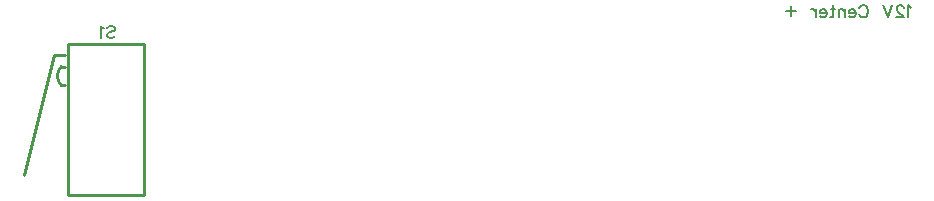
<source format=gbr>
G04 DipTrace 3.3.1.3*
G04 BottomSilk.gbr*
%MOIN*%
G04 #@! TF.FileFunction,Legend,Bot*
G04 #@! TF.Part,Single*
%ADD10C,0.009843*%
%ADD97C,0.006176*%
%FSLAX26Y26*%
G04*
G70*
G90*
G75*
G01*
G04 BotSilk*
%LPD*%
X1047267Y2846456D2*
D10*
X1303126D1*
Y2342519D1*
X1047267D1*
Y2846456D1*
X1038392Y2806998D2*
X1000870D1*
X900885Y2406972D1*
X1025866Y2769505D2*
G03X1025866Y2706966I31392J-31269D01*
G01*
Y2769505D2*
X1038392D1*
X1025866Y2706966D2*
X1038392D1*
X1179316Y2899286D2*
D97*
X1183119Y2903133D1*
X1188867Y2905034D1*
X1196516D1*
X1202264Y2903133D1*
X1206111Y2899286D1*
Y2895484D1*
X1204166Y2891637D1*
X1202264Y2889736D1*
X1198462Y2887834D1*
X1186966Y2883988D1*
X1183119Y2882086D1*
X1181218Y2880141D1*
X1179316Y2876338D1*
Y2870590D1*
X1183119Y2866788D1*
X1188867Y2864842D1*
X1196516D1*
X1202264Y2866788D1*
X1206111Y2870590D1*
X1166965Y2897341D2*
X1163118Y2899286D1*
X1157370Y2904990D1*
Y2864842D1*
X3857653Y2966290D2*
X3853807Y2968235D1*
X3848059Y2973939D1*
Y2933791D1*
X3833762Y2964389D2*
Y2966290D1*
X3831860Y2970137D1*
X3829959Y2972038D1*
X3826112Y2973939D1*
X3818463D1*
X3814661Y2972038D1*
X3812759Y2970137D1*
X3810814Y2966290D1*
Y2962487D1*
X3812759Y2958641D1*
X3816562Y2952937D1*
X3835707Y2933791D1*
X3808913D1*
X3796561Y2973983D2*
X3781263Y2933791D1*
X3765964Y2973983D1*
X3686036Y2964433D2*
X3687937Y2968235D1*
X3691784Y2972082D1*
X3695586Y2973983D1*
X3703236D1*
X3707082Y2972082D1*
X3710885Y2968235D1*
X3712831Y2964433D1*
X3714732Y2958685D1*
Y2949090D1*
X3712831Y2943386D1*
X3710885Y2939539D1*
X3707082Y2935737D1*
X3703236Y2933791D1*
X3695586D1*
X3691784Y2935737D1*
X3687937Y2939539D1*
X3686036Y2943386D1*
X3673684Y2949090D2*
X3650737D1*
Y2952937D1*
X3652638Y2956784D1*
X3654539Y2958685D1*
X3658386Y2960586D1*
X3664134D1*
X3667936Y2958685D1*
X3671783Y2954838D1*
X3673684Y2949090D1*
Y2945287D1*
X3671783Y2939539D1*
X3667936Y2935737D1*
X3664134Y2933791D1*
X3658386D1*
X3654539Y2935737D1*
X3650737Y2939539D1*
X3638385Y2960586D2*
Y2933791D1*
Y2952937D2*
X3632637Y2958685D1*
X3628790Y2960586D1*
X3623087D1*
X3619240Y2958685D1*
X3617338Y2952937D1*
Y2933791D1*
X3599239Y2973983D2*
Y2941441D1*
X3597338Y2935737D1*
X3593491Y2933791D1*
X3589688D1*
X3604987Y2960586D2*
X3591590D1*
X3577337Y2949090D2*
X3554389D1*
Y2952937D1*
X3556290Y2956784D1*
X3558192Y2958685D1*
X3562038Y2960586D1*
X3567787D1*
X3571589Y2958685D1*
X3575436Y2954838D1*
X3577337Y2949090D1*
Y2945287D1*
X3575436Y2939539D1*
X3571589Y2935737D1*
X3567787Y2933791D1*
X3562038D1*
X3558192Y2935737D1*
X3554389Y2939539D1*
X3542038Y2960586D2*
Y2933791D1*
Y2949090D2*
X3540092Y2954838D1*
X3536290Y2958685D1*
X3532443Y2960586D1*
X3526695D1*
X3458263Y2971087D2*
Y2936643D1*
X3475463Y2953843D2*
X3441019D1*
M02*

</source>
